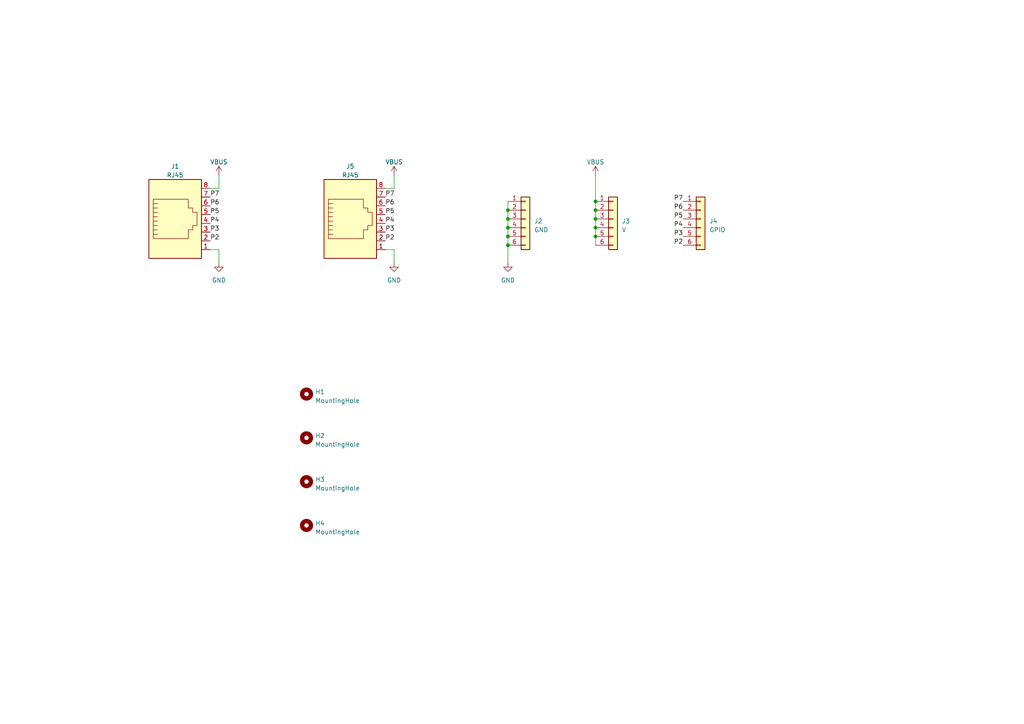
<source format=kicad_sch>
(kicad_sch (version 20230121) (generator eeschema)
  (paper "A4")
  (lib_symbols
    (symbol "Connector:RJ45" (pin_names (offset 1.016))
      (property "Reference" "J" (at -5.08 13.97 0))
      (property "Value" "RJ45" (at 2.54 13.97 0))
      (symbol "RJ45_0_1"
        (polyline (pts (xy -5.08 4.445) (xy -6.35 4.445)))
        (polyline (pts (xy -5.08 5.715) (xy -6.35 5.715)))
        (polyline (pts (xy -6.35 -3.175) (xy -5.08 -3.175) (xy -5.08 -3.175)))
        (polyline (pts (xy -6.35 -1.905) (xy -5.08 -1.905) (xy -5.08 -1.905)))
        (polyline (pts (xy -6.35 -0.635) (xy -5.08 -0.635) (xy -5.08 -0.635)))
        (polyline (pts (xy -6.35 0.635) (xy -5.08 0.635) (xy -5.08 0.635)))
        (polyline (pts (xy -6.35 1.905) (xy -5.08 1.905) (xy -5.08 1.905)))
        (polyline (pts (xy -5.08 3.175) (xy -6.35 3.175) (xy -6.35 3.175)))
        (polyline (pts (xy -6.35 -4.445) (xy -6.35 6.985) (xy 3.81 6.985) (xy 3.81 4.445) (xy 5.08 4.445) (xy 5.08 3.175) (xy 6.35 3.175) (xy 6.35 -0.635) (xy 5.08 -0.635) (xy 5.08 -1.905) (xy 3.81 -1.905) (xy 3.81 -4.445) (xy -6.35 -4.445) (xy -6.35 -4.445)))
        (rectangle (start 7.62 12.7) (end -7.62 -10.16) (stroke (width 0.254)) (fill (type background)))
      )
      (symbol "RJ45_1_1"
        (pin passive line (at 10.16 -7.62 180) (length 2.54) (name "~") (number "1"))
        (pin passive line (at 10.16 -5.08 180) (length 2.54) (name "~") (number "2"))
        (pin passive line (at 10.16 -2.54 180) (length 2.54) (name "~") (number "3"))
        (pin passive line (at 10.16 0 180) (length 2.54) (name "~") (number "4"))
        (pin passive line (at 10.16 2.54 180) (length 2.54) (name "~") (number "5"))
        (pin passive line (at 10.16 5.08 180) (length 2.54) (name "~") (number "6"))
        (pin passive line (at 10.16 7.62 180) (length 2.54) (name "~") (number "7"))
        (pin passive line (at 10.16 10.16 180) (length 2.54) (name "~") (number "8"))
      )
    )
    (symbol "Connector_Generic:Conn_01x06" (pin_names (offset 1.016) hide)
      (property "Reference" "J" (at 0 7.62 0))
      (property "Value" "Conn_01x06" (at 0 -10.16 0))
      (symbol "Conn_01x06_1_1"
        (rectangle (start -1.27 -7.493) (end 0 -7.747) (stroke (width 0.1524)))
        (rectangle (start -1.27 -4.953) (end 0 -5.207) (stroke (width 0.1524)))
        (rectangle (start -1.27 -2.413) (end 0 -2.667) (stroke (width 0.1524)))
        (rectangle (start -1.27 0.127) (end 0 -0.127) (stroke (width 0.1524)))
        (rectangle (start -1.27 2.667) (end 0 2.413) (stroke (width 0.1524)))
        (rectangle (start -1.27 5.207) (end 0 4.953) (stroke (width 0.1524)))
        (rectangle (start -1.27 6.35) (end 1.27 -8.89) (stroke (width 0.254)) (fill (type background)))
        (pin passive line (at -5.08 5.08 0) (length 3.81) (name "Pin_1") (number "1"))
        (pin passive line (at -5.08 2.54 0) (length 3.81) (name "Pin_2") (number "2"))
        (pin passive line (at -5.08 0 0) (length 3.81) (name "Pin_3") (number "3"))
        (pin passive line (at -5.08 -2.54 0) (length 3.81) (name "Pin_4") (number "4"))
        (pin passive line (at -5.08 -5.08 0) (length 3.81) (name "Pin_5") (number "5"))
        (pin passive line (at -5.08 -7.62 0) (length 3.81) (name "Pin_6") (number "6"))
      )
    )
    (symbol "Mechanical:MountingHole" (pin_names (offset 1.016))
      (property "Reference" "H" (at 0 5.08 0))
      (property "Value" "MountingHole" (at 0 3.175 0))
      (symbol "MountingHole_0_1"
        (circle (center 0 0) (radius 1.27) (stroke (width 1.27)))
      )
    )
    (symbol "power:GND" (power) (pin_names (offset 0))
      (property "Value" "GND" (at 0 -3.81 0))
      (symbol "GND_0_1"
        (polyline (pts (xy 0 0) (xy 0 -1.27) (xy 1.27 -1.27) (xy 0 -2.54) (xy -1.27 -1.27) (xy 0 -1.27)))
      )
      (symbol "GND_1_1"
        (pin power_in line (at 0 0 270) (length 0) hide (name "GND") (number "1"))
      )
    )
    (symbol "power:VBUS" (power) (pin_names (offset 0))
      (property "Value" "VBUS" (at 0 3.81 0))
      (symbol "VBUS_0_1"
        (polyline (pts (xy -0.762 1.27) (xy 0 2.54)))
        (polyline (pts (xy 0 0) (xy 0 2.54)))
        (polyline (pts (xy 0 2.54) (xy 0.762 1.27)))
      )
      (symbol "VBUS_1_1"
        (pin power_in line (at 0 0 90) (length 0) hide (name "VBUS") (number "1"))
      )
    )
  )
  (junction (at 147.32 63.5))
  (junction (at 172.72 58.42))
  (junction (at 172.72 66.04))
  (junction (at 172.72 63.5))
  (junction (at 147.32 66.04))
  (junction (at 147.32 60.96))
  (junction (at 147.32 68.58))
  (junction (at 147.32 71.12))
  (junction (at 172.72 60.96))
  (junction (at 172.72 68.58))
  (wire (pts (xy 111.76 72.39) (xy 114.3 72.39)))
  (wire (pts (xy 147.32 71.12) (xy 147.32 76.2)))
  (wire (pts (xy 172.72 58.42) (xy 172.72 60.96)))
  (wire (pts (xy 111.76 54.61) (xy 114.3 54.61)))
  (wire (pts (xy 60.96 54.61) (xy 63.5 54.61)))
  (wire (pts (xy 147.32 63.5) (xy 147.32 66.04)))
  (wire (pts (xy 147.32 58.42) (xy 147.32 60.96)))
  (wire (pts (xy 63.5 50.8) (xy 63.5 54.61)))
  (wire (pts (xy 147.32 66.04) (xy 147.32 68.58)))
  (wire (pts (xy 172.72 66.04) (xy 172.72 68.58)))
  (wire (pts (xy 114.3 50.8) (xy 114.3 54.61)))
  (wire (pts (xy 172.72 68.58) (xy 172.72 71.12)))
  (wire (pts (xy 147.32 68.58) (xy 147.32 71.12)))
  (wire (pts (xy 172.72 60.96) (xy 172.72 63.5)))
  (wire (pts (xy 60.96 72.39) (xy 63.5 72.39)))
  (wire (pts (xy 147.32 60.96) (xy 147.32 63.5)))
  (wire (pts (xy 114.3 72.39) (xy 114.3 76.2)))
  (wire (pts (xy 172.72 63.5) (xy 172.72 66.04)))
  (wire (pts (xy 63.5 72.39) (xy 63.5 76.2)))
  (wire (pts (xy 172.72 50.8) (xy 172.72 58.42)))
  (label "P5" (at 198.12 63.5 180))
  (label "P7" (at 60.96 57.15 0))
  (label "P6" (at 198.12 60.96 180))
  (label "P2" (at 111.76 69.85 0))
  (label "P7" (at 198.12 58.42 180))
  (label "P4" (at 198.12 66.04 180))
  (label "P2" (at 60.96 69.85 0))
  (label "P3" (at 60.96 67.31 0))
  (label "P5" (at 60.96 62.23 0))
  (label "P2" (at 198.12 71.12 180))
  (label "P4" (at 60.96 64.77 0))
  (label "P7" (at 111.76 57.15 0))
  (label "P3" (at 198.12 68.58 180))
  (label "P5" (at 111.76 62.23 0))
  (label "P4" (at 111.76 64.77 0))
  (label "P6" (at 111.76 59.69 0))
  (label "P6" (at 60.96 59.69 0))
  (label "P3" (at 111.76 67.31 0))
  (symbol (lib_id "power:VBUS") (at 114.3 50.8 0) (unit 1)
    (property "Reference" "#PWR05" (effects hide))
    (property "Value" "VBUS" (at 114.3 46.99 0))
  )
  (symbol (lib_id "power:GND") (at 114.3 76.2 0) (unit 1)
    (property "Reference" "#PWR06" (effects hide))
    (property "Value" "GND" (at 114.3 81.28 0))
  )
  (symbol (lib_id "Connector_Generic:Conn_01x06") (at 177.8 63.5 0) (unit 1)
    (property "Reference" "J3" (at 180.34 64.135 0) (effects (justify left)))
    (property "Value" "V" (at 180.34 66.675 0) (effects (justify left)))
    (property "Footprint" "Connector_PinHeader_2.54mm:PinHeader_1x06_P2.54mm_Vertical" (effects hide))
  )
  (symbol (lib_id "Mechanical:MountingHole") (at 88.9 152.4 0) (unit 1)
    (property "Reference" "H4" (at 91.44 151.765 0) (effects (justify left)))
    (property "Value" "MountingHole" (at 91.44 154.305 0) (effects (justify left)))
    (property "Footprint" "MountingHole:MountingHole_3.2mm_M3" (effects hide))
  )
  (symbol (lib_id "Mechanical:MountingHole") (at 88.9 114.3 0) (unit 1)
    (property "Reference" "H1" (at 91.44 113.665 0) (effects (justify left)))
    (property "Value" "MountingHole" (at 91.44 116.205 0) (effects (justify left)))
    (property "Footprint" "MountingHole:MountingHole_3.2mm_M3" (effects hide))
  )
  (symbol (lib_id "power:GND") (at 63.5 76.2 0) (unit 1)
    (property "Reference" "#PWR01" (effects hide))
    (property "Value" "GND" (at 63.5 81.28 0))
  )
  (symbol (lib_id "power:GND") (at 147.32 76.2 0) (unit 1)
    (property "Reference" "#PWR04" (effects hide))
    (property "Value" "GND" (at 147.32 81.28 0))
  )
  (symbol (lib_id "Connector:RJ45") (at 50.8 64.77 0) (unit 1)
    (property "Reference" "J1" (at 50.8 48.26 0))
    (property "Value" "RJ45" (at 50.8 50.8 0))
    (property "Footprint" "Connector_RJ:RJ45_Amphenol_54602-x08_Horizontal" (effects hide))
  )
  (symbol (lib_id "power:VBUS") (at 63.5 50.8 0) (unit 1)
    (property "Reference" "#PWR02" (effects hide))
    (property "Value" "VBUS" (at 63.5 46.99 0))
  )
  (symbol (lib_id "Connector_Generic:Conn_01x06") (at 152.4 63.5 0) (unit 1)
    (property "Reference" "J2" (at 154.94 64.135 0) (effects (justify left)))
    (property "Value" "GND" (at 154.94 66.675 0) (effects (justify left)))
    (property "Footprint" "Connector_PinHeader_2.54mm:PinHeader_1x06_P2.54mm_Vertical" (effects hide))
  )
  (symbol (lib_id "Mechanical:MountingHole") (at 88.9 139.7 0) (unit 1)
    (property "Reference" "H3" (at 91.44 139.065 0) (effects (justify left)))
    (property "Value" "MountingHole" (at 91.44 141.605 0) (effects (justify left)))
    (property "Footprint" "MountingHole:MountingHole_3.2mm_M3" (effects hide))
  )
  (symbol (lib_id "power:VBUS") (at 172.72 50.8 0) (unit 1)
    (property "Reference" "#PWR03" (effects hide))
    (property "Value" "VBUS" (at 172.72 46.99 0))
  )
  (symbol (lib_id "Connector:RJ45") (at 101.6 64.77 0) (unit 1)
    (property "Reference" "J5" (at 101.6 48.26 0))
    (property "Value" "RJ45" (at 101.6 50.8 0))
    (property "Footprint" "Connector_RJ:RJ45_Amphenol_54602-x08_Horizontal" (effects hide))
  )
  (symbol (lib_id "Connector_Generic:Conn_01x06") (at 203.2 63.5 0) (unit 1)
    (property "Reference" "J4" (at 205.74 64.135 0) (effects (justify left)))
    (property "Value" "GPIO" (at 205.74 66.675 0) (effects (justify left)))
    (property "Footprint" "Connector_PinHeader_2.54mm:PinHeader_1x06_P2.54mm_Vertical" (effects hide))
  )
  (symbol (lib_id "Mechanical:MountingHole") (at 88.9 127 0) (unit 1)
    (property "Reference" "H2" (at 91.44 126.365 0) (effects (justify left)))
    (property "Value" "MountingHole" (at 91.44 128.905 0) (effects (justify left)))
    (property "Footprint" "MountingHole:MountingHole_3.2mm_M3" (effects hide))
  )
)
</source>
